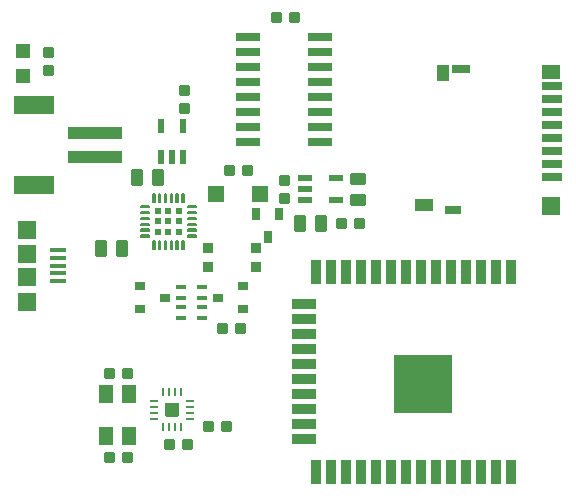
<source format=gbp>
G04 EAGLE Gerber RS-274X export*
G75*
%MOMM*%
%FSLAX34Y34*%
%LPD*%
%INSolderpaste Bottom*%
%IPPOS*%
%AMOC8*
5,1,8,0,0,1.08239X$1,22.5*%
G01*
%ADD10C,0.254000*%
%ADD11C,0.222250*%
%ADD12R,1.200000X0.550000*%
%ADD13R,1.400000X1.400000*%
%ADD14R,4.600000X1.000000*%
%ADD15R,3.400000X1.600000*%
%ADD16R,0.550000X1.200000*%
%ADD17R,1.200000X1.200000*%
%ADD18R,0.900000X0.900000*%
%ADD19C,0.140000*%
%ADD20R,0.600000X0.600000*%
%ADD21R,0.900000X0.800000*%
%ADD22R,0.635000X1.016000*%
%ADD23R,0.900000X0.450000*%
%ADD24R,0.900000X2.000000*%
%ADD25R,2.000000X0.900000*%
%ADD26R,5.000000X5.000000*%
%ADD27R,2.032000X0.660400*%
%ADD28R,0.800000X0.280000*%
%ADD29R,0.280000X0.800000*%
%ADD30R,1.240000X1.500000*%
%ADD31R,1.350000X0.450000*%
%ADD32R,1.550000X1.500000*%
%ADD33R,1.750000X0.700000*%
%ADD34R,1.550000X1.000000*%
%ADD35R,1.000000X1.450000*%
%ADD36R,1.500000X1.500000*%
%ADD37R,1.500000X1.300000*%
%ADD38R,1.400000X0.800000*%
%ADD39R,1.500000X0.800000*%

G36*
X148145Y123297D02*
X148145Y123297D01*
X148211Y123299D01*
X148254Y123317D01*
X148301Y123325D01*
X148358Y123359D01*
X148418Y123384D01*
X148453Y123415D01*
X148494Y123440D01*
X148536Y123491D01*
X148584Y123535D01*
X148606Y123577D01*
X148635Y123614D01*
X148656Y123676D01*
X148687Y123735D01*
X148695Y123789D01*
X148707Y123826D01*
X148706Y123866D01*
X148714Y123920D01*
X148714Y134080D01*
X148703Y134145D01*
X148701Y134211D01*
X148683Y134254D01*
X148675Y134301D01*
X148641Y134358D01*
X148616Y134418D01*
X148585Y134453D01*
X148560Y134494D01*
X148509Y134536D01*
X148465Y134584D01*
X148423Y134606D01*
X148386Y134635D01*
X148324Y134656D01*
X148265Y134687D01*
X148211Y134695D01*
X148174Y134707D01*
X148134Y134706D01*
X148080Y134714D01*
X137920Y134714D01*
X137855Y134703D01*
X137789Y134701D01*
X137746Y134683D01*
X137699Y134675D01*
X137642Y134641D01*
X137582Y134616D01*
X137547Y134585D01*
X137506Y134560D01*
X137465Y134509D01*
X137416Y134465D01*
X137394Y134423D01*
X137365Y134386D01*
X137344Y134324D01*
X137313Y134265D01*
X137305Y134211D01*
X137293Y134174D01*
X137293Y134163D01*
X137293Y134162D01*
X137294Y134132D01*
X137286Y134080D01*
X137286Y123920D01*
X137297Y123855D01*
X137299Y123789D01*
X137317Y123746D01*
X137325Y123699D01*
X137359Y123642D01*
X137384Y123582D01*
X137415Y123547D01*
X137440Y123506D01*
X137491Y123465D01*
X137535Y123416D01*
X137577Y123394D01*
X137614Y123365D01*
X137676Y123344D01*
X137735Y123313D01*
X137789Y123305D01*
X137826Y123293D01*
X137866Y123294D01*
X137920Y123286D01*
X148080Y123286D01*
X148145Y123297D01*
G37*
D10*
X254920Y281285D02*
X247300Y281285D01*
X247300Y292715D01*
X254920Y292715D01*
X254920Y281285D01*
X254920Y283698D02*
X247300Y283698D01*
X247300Y286111D02*
X254920Y286111D01*
X254920Y288524D02*
X247300Y288524D01*
X247300Y290937D02*
X254920Y290937D01*
X265080Y281285D02*
X272700Y281285D01*
X265080Y281285D02*
X265080Y292715D01*
X272700Y292715D01*
X272700Y281285D01*
X272700Y283698D02*
X265080Y283698D01*
X265080Y286111D02*
X272700Y286111D01*
X272700Y288524D02*
X265080Y288524D01*
X265080Y290937D02*
X272700Y290937D01*
D11*
X298286Y290334D02*
X304954Y290334D01*
X304954Y283666D01*
X298286Y283666D01*
X298286Y290334D01*
X298286Y285778D02*
X304954Y285778D01*
X304954Y287890D02*
X298286Y287890D01*
X298286Y290002D02*
X304954Y290002D01*
X289714Y290334D02*
X283046Y290334D01*
X289714Y290334D02*
X289714Y283666D01*
X283046Y283666D01*
X283046Y290334D01*
X283046Y285778D02*
X289714Y285778D01*
X289714Y287890D02*
X283046Y287890D01*
X283046Y290002D02*
X289714Y290002D01*
D10*
X305715Y303300D02*
X305715Y310920D01*
X305715Y303300D02*
X294285Y303300D01*
X294285Y310920D01*
X305715Y310920D01*
X305715Y305713D02*
X294285Y305713D01*
X294285Y308126D02*
X305715Y308126D01*
X305715Y310539D02*
X294285Y310539D01*
X305715Y321080D02*
X305715Y328700D01*
X305715Y321080D02*
X294285Y321080D01*
X294285Y328700D01*
X305715Y328700D01*
X305715Y323493D02*
X294285Y323493D01*
X294285Y325906D02*
X305715Y325906D01*
X305715Y328319D02*
X294285Y328319D01*
D12*
X255999Y306500D03*
X255999Y316000D03*
X255999Y325500D03*
X282001Y325500D03*
X282001Y306500D03*
D13*
X217500Y312000D03*
X180500Y312000D03*
D14*
X78000Y363000D03*
X78000Y343000D03*
D15*
X26000Y387000D03*
X26000Y319000D03*
D16*
X152500Y342999D03*
X143000Y342999D03*
X133500Y342999D03*
X133500Y369001D03*
X152500Y369001D03*
D17*
X17000Y432500D03*
X17000Y411500D03*
D11*
X34666Y428286D02*
X34666Y434954D01*
X41334Y434954D01*
X41334Y428286D01*
X34666Y428286D01*
X34666Y430398D02*
X41334Y430398D01*
X41334Y432510D02*
X34666Y432510D01*
X34666Y434622D02*
X41334Y434622D01*
X34666Y419714D02*
X34666Y413046D01*
X34666Y419714D02*
X41334Y419714D01*
X41334Y413046D01*
X34666Y413046D01*
X34666Y415158D02*
X41334Y415158D01*
X41334Y417270D02*
X34666Y417270D01*
X34666Y419382D02*
X41334Y419382D01*
D10*
X127080Y331715D02*
X134700Y331715D01*
X134700Y320285D01*
X127080Y320285D01*
X127080Y331715D01*
X127080Y322698D02*
X134700Y322698D01*
X134700Y325111D02*
X127080Y325111D01*
X127080Y327524D02*
X134700Y327524D01*
X134700Y329937D02*
X127080Y329937D01*
X116920Y331715D02*
X109300Y331715D01*
X116920Y331715D02*
X116920Y320285D01*
X109300Y320285D01*
X109300Y331715D01*
X109300Y322698D02*
X116920Y322698D01*
X116920Y325111D02*
X109300Y325111D01*
X109300Y327524D02*
X116920Y327524D01*
X116920Y329937D02*
X109300Y329937D01*
D18*
X173500Y266000D03*
X173500Y250000D03*
X214500Y250000D03*
X214500Y266000D03*
D19*
X151800Y265200D02*
X151800Y271800D01*
X153200Y271800D01*
X153200Y265200D01*
X151800Y265200D01*
X151800Y266530D02*
X153200Y266530D01*
X153200Y267860D02*
X151800Y267860D01*
X151800Y269190D02*
X153200Y269190D01*
X153200Y270520D02*
X151800Y270520D01*
X146800Y271800D02*
X146800Y265200D01*
X146800Y271800D02*
X148200Y271800D01*
X148200Y265200D01*
X146800Y265200D01*
X146800Y266530D02*
X148200Y266530D01*
X148200Y267860D02*
X146800Y267860D01*
X146800Y269190D02*
X148200Y269190D01*
X148200Y270520D02*
X146800Y270520D01*
X141800Y271800D02*
X141800Y265200D01*
X141800Y271800D02*
X143200Y271800D01*
X143200Y265200D01*
X141800Y265200D01*
X141800Y266530D02*
X143200Y266530D01*
X143200Y267860D02*
X141800Y267860D01*
X141800Y269190D02*
X143200Y269190D01*
X143200Y270520D02*
X141800Y270520D01*
X136800Y271800D02*
X136800Y265200D01*
X136800Y271800D02*
X138200Y271800D01*
X138200Y265200D01*
X136800Y265200D01*
X136800Y266530D02*
X138200Y266530D01*
X138200Y267860D02*
X136800Y267860D01*
X136800Y269190D02*
X138200Y269190D01*
X138200Y270520D02*
X136800Y270520D01*
X131800Y271800D02*
X131800Y265200D01*
X131800Y271800D02*
X133200Y271800D01*
X133200Y265200D01*
X131800Y265200D01*
X131800Y266530D02*
X133200Y266530D01*
X133200Y267860D02*
X131800Y267860D01*
X131800Y269190D02*
X133200Y269190D01*
X133200Y270520D02*
X131800Y270520D01*
X126800Y271800D02*
X126800Y265200D01*
X126800Y271800D02*
X128200Y271800D01*
X128200Y265200D01*
X126800Y265200D01*
X126800Y266530D02*
X128200Y266530D01*
X128200Y267860D02*
X126800Y267860D01*
X126800Y269190D02*
X128200Y269190D01*
X128200Y270520D02*
X126800Y270520D01*
X123300Y275300D02*
X116700Y275300D01*
X116700Y276700D01*
X123300Y276700D01*
X123300Y275300D01*
X123300Y276630D02*
X116700Y276630D01*
X116700Y280300D02*
X123300Y280300D01*
X116700Y280300D02*
X116700Y281700D01*
X123300Y281700D01*
X123300Y280300D01*
X123300Y281630D02*
X116700Y281630D01*
X116700Y285300D02*
X123300Y285300D01*
X116700Y285300D02*
X116700Y286700D01*
X123300Y286700D01*
X123300Y285300D01*
X123300Y286630D02*
X116700Y286630D01*
X116700Y290300D02*
X123300Y290300D01*
X116700Y290300D02*
X116700Y291700D01*
X123300Y291700D01*
X123300Y290300D01*
X123300Y291630D02*
X116700Y291630D01*
X116700Y295300D02*
X123300Y295300D01*
X116700Y295300D02*
X116700Y296700D01*
X123300Y296700D01*
X123300Y295300D01*
X123300Y296630D02*
X116700Y296630D01*
X116700Y300300D02*
X123300Y300300D01*
X116700Y300300D02*
X116700Y301700D01*
X123300Y301700D01*
X123300Y300300D01*
X123300Y301630D02*
X116700Y301630D01*
X128200Y305200D02*
X128200Y311800D01*
X128200Y305200D02*
X126800Y305200D01*
X126800Y311800D01*
X128200Y311800D01*
X128200Y306530D02*
X126800Y306530D01*
X126800Y307860D02*
X128200Y307860D01*
X128200Y309190D02*
X126800Y309190D01*
X126800Y310520D02*
X128200Y310520D01*
X133200Y311800D02*
X133200Y305200D01*
X131800Y305200D01*
X131800Y311800D01*
X133200Y311800D01*
X133200Y306530D02*
X131800Y306530D01*
X131800Y307860D02*
X133200Y307860D01*
X133200Y309190D02*
X131800Y309190D01*
X131800Y310520D02*
X133200Y310520D01*
X138200Y311800D02*
X138200Y305200D01*
X136800Y305200D01*
X136800Y311800D01*
X138200Y311800D01*
X138200Y306530D02*
X136800Y306530D01*
X136800Y307860D02*
X138200Y307860D01*
X138200Y309190D02*
X136800Y309190D01*
X136800Y310520D02*
X138200Y310520D01*
X143200Y311800D02*
X143200Y305200D01*
X141800Y305200D01*
X141800Y311800D01*
X143200Y311800D01*
X143200Y306530D02*
X141800Y306530D01*
X141800Y307860D02*
X143200Y307860D01*
X143200Y309190D02*
X141800Y309190D01*
X141800Y310520D02*
X143200Y310520D01*
X148200Y311800D02*
X148200Y305200D01*
X146800Y305200D01*
X146800Y311800D01*
X148200Y311800D01*
X148200Y306530D02*
X146800Y306530D01*
X146800Y307860D02*
X148200Y307860D01*
X148200Y309190D02*
X146800Y309190D01*
X146800Y310520D02*
X148200Y310520D01*
X153200Y311800D02*
X153200Y305200D01*
X151800Y305200D01*
X151800Y311800D01*
X153200Y311800D01*
X153200Y306530D02*
X151800Y306530D01*
X151800Y307860D02*
X153200Y307860D01*
X153200Y309190D02*
X151800Y309190D01*
X151800Y310520D02*
X153200Y310520D01*
X156700Y301700D02*
X163300Y301700D01*
X163300Y300300D01*
X156700Y300300D01*
X156700Y301700D01*
X156700Y301630D02*
X163300Y301630D01*
X163300Y296700D02*
X156700Y296700D01*
X163300Y296700D02*
X163300Y295300D01*
X156700Y295300D01*
X156700Y296700D01*
X156700Y296630D02*
X163300Y296630D01*
X163300Y291700D02*
X156700Y291700D01*
X163300Y291700D02*
X163300Y290300D01*
X156700Y290300D01*
X156700Y291700D01*
X156700Y291630D02*
X163300Y291630D01*
X163300Y286700D02*
X156700Y286700D01*
X163300Y286700D02*
X163300Y285300D01*
X156700Y285300D01*
X156700Y286700D01*
X156700Y286630D02*
X163300Y286630D01*
X163300Y281700D02*
X156700Y281700D01*
X163300Y281700D02*
X163300Y280300D01*
X156700Y280300D01*
X156700Y281700D01*
X156700Y281630D02*
X163300Y281630D01*
X163300Y276700D02*
X156700Y276700D01*
X163300Y276700D02*
X163300Y275300D01*
X156700Y275300D01*
X156700Y276700D01*
X156700Y276630D02*
X163300Y276630D01*
D20*
X131000Y279500D03*
X140000Y288500D03*
X140000Y279500D03*
X149000Y279500D03*
X149000Y297500D03*
X131000Y297500D03*
X140000Y297500D03*
X149000Y288500D03*
X131000Y288500D03*
D10*
X104200Y271715D02*
X96580Y271715D01*
X104200Y271715D02*
X104200Y260285D01*
X96580Y260285D01*
X96580Y271715D01*
X96580Y262698D02*
X104200Y262698D01*
X104200Y265111D02*
X96580Y265111D01*
X96580Y267524D02*
X104200Y267524D01*
X104200Y269937D02*
X96580Y269937D01*
X86420Y271715D02*
X78800Y271715D01*
X86420Y271715D02*
X86420Y260285D01*
X78800Y260285D01*
X78800Y271715D01*
X78800Y262698D02*
X86420Y262698D01*
X86420Y265111D02*
X78800Y265111D01*
X78800Y267524D02*
X86420Y267524D01*
X86420Y269937D02*
X78800Y269937D01*
D21*
X182000Y224000D03*
X203000Y214500D03*
X203000Y233500D03*
X137000Y224000D03*
X116000Y233500D03*
X116000Y214500D03*
D11*
X234666Y320286D02*
X234666Y326954D01*
X241334Y326954D01*
X241334Y320286D01*
X234666Y320286D01*
X234666Y322398D02*
X241334Y322398D01*
X241334Y324510D02*
X234666Y324510D01*
X234666Y326622D02*
X241334Y326622D01*
X234666Y311714D02*
X234666Y305046D01*
X234666Y311714D02*
X241334Y311714D01*
X241334Y305046D01*
X234666Y305046D01*
X234666Y307158D02*
X241334Y307158D01*
X241334Y309270D02*
X234666Y309270D01*
X234666Y311382D02*
X241334Y311382D01*
D22*
X224000Y275000D03*
X233500Y295000D03*
X214500Y295000D03*
D11*
X209954Y335334D02*
X203286Y335334D01*
X209954Y335334D02*
X209954Y328666D01*
X203286Y328666D01*
X203286Y335334D01*
X203286Y330778D02*
X209954Y330778D01*
X209954Y332890D02*
X203286Y332890D01*
X203286Y335002D02*
X209954Y335002D01*
X194714Y335334D02*
X188046Y335334D01*
X194714Y335334D02*
X194714Y328666D01*
X188046Y328666D01*
X188046Y335334D01*
X188046Y330778D02*
X194714Y330778D01*
X194714Y332890D02*
X188046Y332890D01*
X188046Y335002D02*
X194714Y335002D01*
D23*
X168000Y207000D03*
X151000Y207000D03*
X168000Y216000D03*
X168000Y224000D03*
X168000Y233000D03*
X151000Y233000D03*
X151000Y216000D03*
X151000Y224000D03*
D11*
X197286Y201334D02*
X203954Y201334D01*
X203954Y194666D01*
X197286Y194666D01*
X197286Y201334D01*
X197286Y196778D02*
X203954Y196778D01*
X203954Y198890D02*
X197286Y198890D01*
X197286Y201002D02*
X203954Y201002D01*
X188714Y201334D02*
X182046Y201334D01*
X188714Y201334D02*
X188714Y194666D01*
X182046Y194666D01*
X182046Y201334D01*
X182046Y196778D02*
X188714Y196778D01*
X188714Y198890D02*
X182046Y198890D01*
X182046Y201002D02*
X188714Y201002D01*
X149666Y396286D02*
X149666Y402954D01*
X156334Y402954D01*
X156334Y396286D01*
X149666Y396286D01*
X149666Y398398D02*
X156334Y398398D01*
X156334Y400510D02*
X149666Y400510D01*
X149666Y402622D02*
X156334Y402622D01*
X149666Y387714D02*
X149666Y381046D01*
X149666Y387714D02*
X156334Y387714D01*
X156334Y381046D01*
X149666Y381046D01*
X149666Y383158D02*
X156334Y383158D01*
X156334Y385270D02*
X149666Y385270D01*
X149666Y387382D02*
X156334Y387382D01*
D24*
X430000Y76000D03*
X417300Y76000D03*
X404600Y76000D03*
X391900Y76000D03*
X379200Y76000D03*
X366500Y76000D03*
X353800Y76000D03*
X341100Y76000D03*
X328400Y76000D03*
X315700Y76000D03*
X303000Y76000D03*
X290300Y76000D03*
X277600Y76000D03*
X264900Y76000D03*
D25*
X255000Y104000D03*
X255000Y116700D03*
X255000Y129400D03*
X255000Y142100D03*
X255000Y154800D03*
X255000Y167500D03*
X255000Y180200D03*
X255000Y192900D03*
X255000Y205600D03*
X255000Y218300D03*
D24*
X264900Y246000D03*
X277600Y246000D03*
X290300Y246000D03*
X303000Y246000D03*
X315700Y246000D03*
X328400Y246000D03*
X341100Y246000D03*
X353800Y246000D03*
X366500Y246000D03*
X379200Y246000D03*
X391900Y246000D03*
X404600Y246000D03*
X417300Y246000D03*
X430000Y246000D03*
D26*
X355100Y151000D03*
D27*
X268734Y444450D03*
X207266Y444450D03*
X268734Y431750D03*
X268734Y419050D03*
X207266Y431750D03*
X207266Y419050D03*
X268734Y406350D03*
X207266Y406350D03*
X268734Y393650D03*
X207266Y393650D03*
X268734Y380950D03*
X268734Y368250D03*
X207266Y380950D03*
X207266Y368250D03*
X268734Y355550D03*
X207266Y355550D03*
D28*
X158000Y136500D03*
X158000Y131500D03*
X158000Y126500D03*
X158000Y121500D03*
D29*
X150500Y114000D03*
X145500Y114000D03*
X140500Y114000D03*
X135500Y114000D03*
D28*
X128000Y121500D03*
X128000Y126500D03*
X128000Y131500D03*
X128000Y136500D03*
D29*
X135500Y144000D03*
X140500Y144000D03*
X145500Y144000D03*
X150500Y144000D03*
D11*
X170046Y111666D02*
X176714Y111666D01*
X170046Y111666D02*
X170046Y118334D01*
X176714Y118334D01*
X176714Y111666D01*
X176714Y113778D02*
X170046Y113778D01*
X170046Y115890D02*
X176714Y115890D01*
X176714Y118002D02*
X170046Y118002D01*
X185286Y111666D02*
X191954Y111666D01*
X185286Y111666D02*
X185286Y118334D01*
X191954Y118334D01*
X191954Y111666D01*
X191954Y113778D02*
X185286Y113778D01*
X185286Y115890D02*
X191954Y115890D01*
X191954Y118002D02*
X185286Y118002D01*
X143714Y96666D02*
X137046Y96666D01*
X137046Y103334D01*
X143714Y103334D01*
X143714Y96666D01*
X143714Y98778D02*
X137046Y98778D01*
X137046Y100890D02*
X143714Y100890D01*
X143714Y103002D02*
X137046Y103002D01*
X152286Y96666D02*
X158954Y96666D01*
X152286Y96666D02*
X152286Y103334D01*
X158954Y103334D01*
X158954Y96666D01*
X158954Y98778D02*
X152286Y98778D01*
X152286Y100890D02*
X158954Y100890D01*
X158954Y103002D02*
X152286Y103002D01*
D30*
X106500Y107000D03*
X87500Y107000D03*
X106500Y142000D03*
X87500Y142000D03*
D11*
X86046Y156666D02*
X92714Y156666D01*
X86046Y156666D02*
X86046Y163334D01*
X92714Y163334D01*
X92714Y156666D01*
X92714Y158778D02*
X86046Y158778D01*
X86046Y160890D02*
X92714Y160890D01*
X92714Y163002D02*
X86046Y163002D01*
X101286Y156666D02*
X107954Y156666D01*
X101286Y156666D02*
X101286Y163334D01*
X107954Y163334D01*
X107954Y156666D01*
X107954Y158778D02*
X101286Y158778D01*
X101286Y160890D02*
X107954Y160890D01*
X107954Y163002D02*
X101286Y163002D01*
X92714Y85666D02*
X86046Y85666D01*
X86046Y92334D01*
X92714Y92334D01*
X92714Y85666D01*
X92714Y87778D02*
X86046Y87778D01*
X86046Y89890D02*
X92714Y89890D01*
X92714Y92002D02*
X86046Y92002D01*
X101286Y85666D02*
X107954Y85666D01*
X101286Y85666D02*
X101286Y92334D01*
X107954Y92334D01*
X107954Y85666D01*
X107954Y87778D02*
X101286Y87778D01*
X101286Y89890D02*
X107954Y89890D01*
X107954Y92002D02*
X101286Y92002D01*
D31*
X46750Y238000D03*
X46750Y244500D03*
X46750Y251000D03*
X46750Y257500D03*
X46750Y264000D03*
D32*
X20000Y241000D03*
X20000Y261000D03*
X20000Y220500D03*
X20000Y281500D03*
D11*
X243314Y464665D02*
X249982Y464665D01*
X249982Y457997D01*
X243314Y457997D01*
X243314Y464665D01*
X243314Y460109D02*
X249982Y460109D01*
X249982Y462221D02*
X243314Y462221D01*
X243314Y464333D02*
X249982Y464333D01*
X234742Y464665D02*
X228074Y464665D01*
X234742Y464665D02*
X234742Y457997D01*
X228074Y457997D01*
X228074Y464665D01*
X228074Y460109D02*
X234742Y460109D01*
X234742Y462221D02*
X228074Y462221D01*
X228074Y464333D02*
X234742Y464333D01*
D33*
X464750Y326000D03*
X464750Y337000D03*
X464750Y348000D03*
X464750Y359000D03*
X464750Y370000D03*
X464750Y381000D03*
X464750Y392000D03*
X464750Y403000D03*
D34*
X356750Y302250D03*
D35*
X372500Y414250D03*
D36*
X463500Y301500D03*
D37*
X463500Y415000D03*
D38*
X381000Y298250D03*
D39*
X387500Y417500D03*
M02*

</source>
